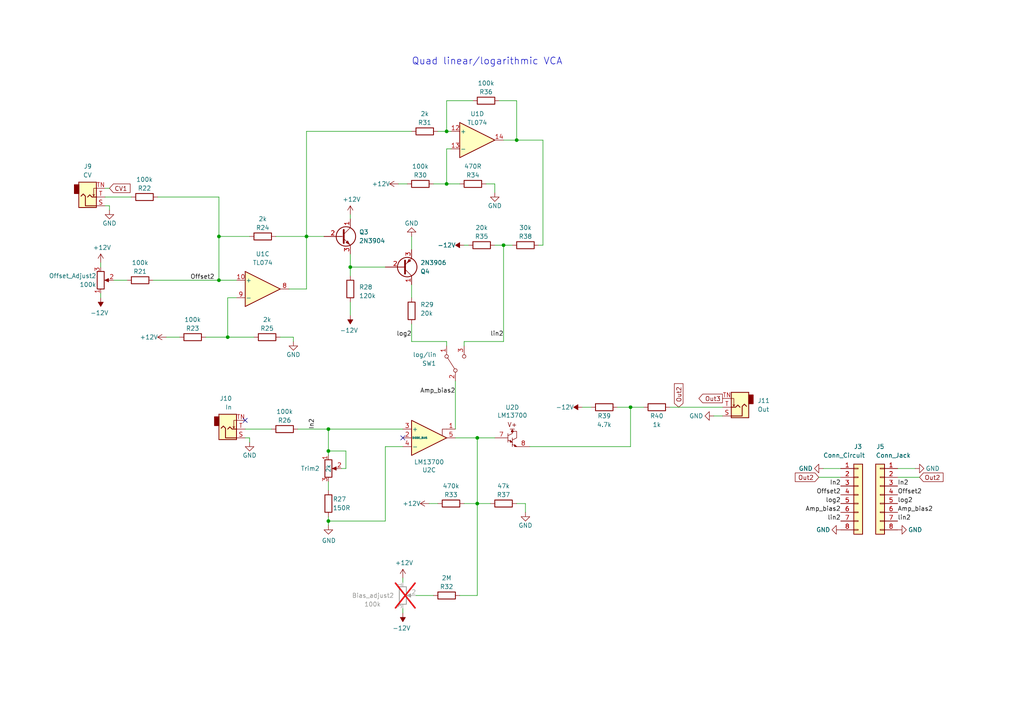
<source format=kicad_sch>
(kicad_sch (version 20231120) (generator "eeschema") (generator_version "8.0")
  (paper "A4")
  (title_block (title "Quad VCA") (date "2025-01-13") (rev "1.0") (company "Bleep Sound"))
  (lib_symbols
    (symbol "Amplifier_Operational:LM13700" (pin_names (offset 0.127))
      (property "Reference" "U" (at 3.81 5.08 0))
      (property "Value" "LM13700" (at 5.08 -5.08 0))
      (symbol "LM13700_1_1"
        (polyline (pts (xy 3.81 -0.635) (xy 3.81 -2.54) (xy 5.08 -2.54)))
        (polyline (pts (xy 5.08 0) (xy -5.08 -5.08) (xy -5.08 5.08) (xy 5.08 0)) (stroke (width 0.254)) (fill (type background)))
        (pin output line (at 7.62 0 180) (length 2.54) (name "~") (number "12"))
        (pin input line (at -7.62 2.54 0) (length 2.54) (name "-") (number "13"))
        (pin input line (at -7.62 -2.54 0) (length 2.54) (name "+") (number "14"))
        (pin input line (at -7.62 0 0) (length 2.54) (name "DIODE_BIAS") (number "15"))
        (pin input line (at 7.62 -2.54 180) (length 2.54) (name "~") (number "16"))
      )
      (symbol "LM13700_2_0"
        (polyline (pts (xy -1.905 2.54) (xy -3.175 2.54)))
      )
      (symbol "LM13700_2_1"
        (circle (center -2.54 1.905) (radius 0.254) (stroke (width 0.254)) (fill (type outline)))
        (polyline (pts (xy -3.81 -0.635) (xy -2.54 -1.27)))
        (polyline (pts (xy -3.81 1.27) (xy -3.81 -1.27)))
        (polyline (pts (xy -2.54 -1.905) (xy -1.27 -2.54)))
        (polyline (pts (xy -2.54 0) (xy -2.54 -2.54)))
        (polyline (pts (xy -3.81 0.635) (xy -2.54 1.27) (xy -2.54 1.905) (xy -2.54 2.54)))
        (polyline (pts (xy -2.54 -1.27) (xy -3.175 -0.635) (xy -3.175 -1.27) (xy -2.54 -1.27)) (fill (type outline)))
        (polyline (pts (xy -2.54 -0.635) (xy -1.27 0) (xy -1.27 1.905) (xy -2.54 1.905)))
        (polyline (pts (xy -1.27 -2.54) (xy -1.905 -1.905) (xy -1.905 -2.54) (xy -1.27 -2.54)) (fill (type outline)))
        (text "V+" (at -2.54 3.81 0) (effects (font (size 1.27 1.27))))
        (pin input line (at -7.62 0 0) (length 3.81) (name "~") (number "10"))
        (pin output line (at 2.54 -2.54 180) (length 3.81) (name "~") (number "9"))
      )
      (symbol "LM13700_3_1"
        (polyline (pts (xy 3.81 -0.635) (xy 3.81 -2.54) (xy 5.08 -2.54)))
        (polyline (pts (xy 5.08 0) (xy -5.08 -5.08) (xy -5.08 5.08) (xy 5.08 0)) (stroke (width 0.254)) (fill (type background)))
        (pin input line (at 7.62 -2.54 180) (length 2.54) (name "~") (number "1"))
        (pin input line (at -7.62 0 0) (length 2.54) (name "DIODE_BIAS") (number "2"))
        (pin input line (at -7.62 -2.54 0) (length 2.54) (name "+") (number "3"))
        (pin input line (at -7.62 2.54 0) (length 2.54) (name "-") (number "4"))
        (pin output line (at 7.62 0 180) (length 2.54) (name "~") (number "5"))
      )
      (symbol "LM13700_4_0"
        (polyline (pts (xy -3.175 2.54) (xy -1.905 2.54)))
        (text "V+" (at -2.54 3.81 0) (effects (font (size 1.27 1.27))))
      )
      (symbol "LM13700_4_1"
        (circle (center -2.54 1.905) (radius 0.254) (stroke (width 0.254)) (fill (type outline)))
        (polyline (pts (xy -3.81 -0.635) (xy -2.54 -1.27)))
        (polyline (pts (xy -3.81 1.27) (xy -3.81 -1.27)))
        (polyline (pts (xy -2.54 -1.905) (xy -1.27 -2.54)))
        (polyline (pts (xy -2.54 0) (xy -2.54 -2.54)))
        (polyline (pts (xy -3.81 0.635) (xy -2.54 1.27) (xy -2.54 2.54)))
        (polyline (pts (xy -2.54 -1.27) (xy -3.175 -0.635) (xy -3.175 -1.27) (xy -2.54 -1.27)) (fill (type outline)))
        (polyline (pts (xy -2.54 -0.635) (xy -1.27 0) (xy -1.27 1.905) (xy -2.54 1.905)))
        (polyline (pts (xy -1.27 -2.54) (xy -1.905 -1.905) (xy -1.905 -2.54) (xy -1.27 -2.54)) (fill (type outline)))
        (pin input line (at -7.62 0 0) (length 3.81) (name "~") (number "7"))
        (pin output line (at 2.54 -2.54 180) (length 3.81) (name "~") (number "8"))
      )
      (symbol "LM13700_5_1"
        (pin power_in line (at -2.54 7.62 270) (length 3.81) (name "V+") (number "11"))
        (pin power_in line (at -2.54 -7.62 90) (length 3.81) (name "V-") (number "6"))
      )
    )
    (symbol "Amplifier_Operational:TL074" (pin_names (offset 0.127))
      (property "Reference" "U" (at 0 5.08 0))
      (property "Value" "TL074" (at 0 -5.08 0))
      (symbol "TL074_1_1"
        (polyline (pts (xy -5.08 5.08) (xy 5.08 0) (xy -5.08 -5.08) (xy -5.08 5.08)) (stroke (width 0.254)) (fill (type background)))
        (pin output line (at 7.62 0 180) (length 2.54) (name "~") (number "1"))
        (pin input line (at -7.62 -2.54 0) (length 2.54) (name "-") (number "2"))
        (pin input line (at -7.62 2.54 0) (length 2.54) (name "+") (number "3"))
      )
      (symbol "TL074_2_1"
        (polyline (pts (xy -5.08 5.08) (xy 5.08 0) (xy -5.08 -5.08) (xy -5.08 5.08)) (stroke (width 0.254)) (fill (type background)))
        (pin input line (at -7.62 2.54 0) (length 2.54) (name "+") (number "5"))
        (pin input line (at -7.62 -2.54 0) (length 2.54) (name "-") (number "6"))
        (pin output line (at 7.62 0 180) (length 2.54) (name "~") (number "7"))
      )
      (symbol "TL074_3_1"
        (polyline (pts (xy -5.08 5.08) (xy 5.08 0) (xy -5.08 -5.08) (xy -5.08 5.08)) (stroke (width 0.254)) (fill (type background)))
        (pin input line (at -7.62 2.54 0) (length 2.54) (name "+") (number "10"))
        (pin output line (at 7.62 0 180) (length 2.54) (name "~") (number "8"))
        (pin input line (at -7.62 -2.54 0) (length 2.54) (name "-") (number "9"))
      )
      (symbol "TL074_4_1"
        (polyline (pts (xy -5.08 5.08) (xy 5.08 0) (xy -5.08 -5.08) (xy -5.08 5.08)) (stroke (width 0.254)) (fill (type background)))
        (pin input line (at -7.62 2.54 0) (length 2.54) (name "+") (number "12"))
        (pin input line (at -7.62 -2.54 0) (length 2.54) (name "-") (number "13"))
        (pin output line (at 7.62 0 180) (length 2.54) (name "~") (number "14"))
      )
      (symbol "TL074_5_1"
        (pin power_in line (at -2.54 -7.62 90) (length 3.81) (name "V-") (number "11"))
        (pin power_in line (at -2.54 7.62 270) (length 3.81) (name "V+") (number "4"))
      )
    )
    (symbol "Connector_Generic:Conn_01x08" (pin_names (offset 1.016) hide)
      (property "Reference" "J" (at 0 10.16 0))
      (property "Value" "Conn_01x08" (at 0 -12.7 0))
      (symbol "Conn_01x08_1_1"
        (rectangle (start -1.27 -10.033) (end 0 -10.287) (stroke (width 0.1524)))
        (rectangle (start -1.27 -7.493) (end 0 -7.747) (stroke (width 0.1524)))
        (rectangle (start -1.27 -4.953) (end 0 -5.207) (stroke (width 0.1524)))
        (rectangle (start -1.27 -2.413) (end 0 -2.667) (stroke (width 0.1524)))
        (rectangle (start -1.27 0.127) (end 0 -0.127) (stroke (width 0.1524)))
        (rectangle (start -1.27 2.667) (end 0 2.413) (stroke (width 0.1524)))
        (rectangle (start -1.27 5.207) (end 0 4.953) (stroke (width 0.1524)))
        (rectangle (start -1.27 7.747) (end 0 7.493) (stroke (width 0.1524)))
        (rectangle (start -1.27 8.89) (end 1.27 -11.43) (stroke (width 0.254)) (fill (type background)))
        (pin passive line (at -5.08 7.62 0) (length 3.81) (name "Pin_1") (number "1"))
        (pin passive line (at -5.08 5.08 0) (length 3.81) (name "Pin_2") (number "2"))
        (pin passive line (at -5.08 2.54 0) (length 3.81) (name "Pin_3") (number "3"))
        (pin passive line (at -5.08 0 0) (length 3.81) (name "Pin_4") (number "4"))
        (pin passive line (at -5.08 -2.54 0) (length 3.81) (name "Pin_5") (number "5"))
        (pin passive line (at -5.08 -5.08 0) (length 3.81) (name "Pin_6") (number "6"))
        (pin passive line (at -5.08 -7.62 0) (length 3.81) (name "Pin_7") (number "7"))
        (pin passive line (at -5.08 -10.16 0) (length 3.81) (name "Pin_8") (number "8"))
      )
    )
    (symbol "Device:R" (pin_numbers hide) (pin_names (offset 0))
      (property "Reference" "R" (at 2.032 0 90))
      (property "Value" "R" (at 0 0 90))
      (symbol "R_0_1"
        (rectangle (start -1.016 -2.54) (end 1.016 2.54) (stroke (width 0.254)))
      )
      (symbol "R_1_1"
        (pin passive line (at 0 3.81 270) (length 1.27) (name "~") (number "1"))
        (pin passive line (at 0 -3.81 90) (length 1.27) (name "~") (number "2"))
      )
    )
    (symbol "Device:R_POT" (pin_names (offset 1.016) hide)
      (property "Reference" "RV" (at -4.445 0 90))
      (property "Value" "Device_R_POT" (at -2.54 0 90))
      (symbol "R_POT_0_1"
        (polyline (pts (xy 2.54 0) (xy 1.524 0)))
        (polyline (pts (xy 1.143 0) (xy 2.286 0.508) (xy 2.286 -0.508) (xy 1.143 0)) (fill (type outline)))
        (rectangle (start 1.016 2.54) (end -1.016 -2.54) (stroke (width 0.254)))
      )
      (symbol "R_POT_1_1"
        (pin passive line (at 0 3.81 270) (length 1.27) (name "1") (number "1"))
        (pin passive line (at 3.81 0 180) (length 1.27) (name "2") (number "2"))
        (pin passive line (at 0 -3.81 90) (length 1.27) (name "3") (number "3"))
      )
    )
    (symbol "Kicad-perso:AudioJack_Switch"
      (property "Reference" "J2" (at 0.508 8.636 0))
      (property "Value" "Out1" (at 0.508 6.35 0))
      (symbol "AudioJack_Switch_0_1"
        (rectangle (start -3.81 2.286) (end -2.54 -0.254) (stroke (width 0.254)) (fill (type outline)))
        (rectangle (start -2.54 3.048) (end 2.54 -4.318) (stroke (width 0.254)) (fill (type background)))
      )
      (symbol "AudioJack_Switch_1_1"
        (polyline (pts (xy 1.778 -1.016) (xy 2.032 -0.508)))
        (polyline (pts (xy 0 -1.27) (xy 0.635 -0.635) (xy 1.27 -1.27) (xy 2.54 -1.27)) (stroke (width 0.254)))
        (polyline (pts (xy 2.54 1.27) (xy 1.778 1.27) (xy 1.778 -1.016) (xy 1.524 -0.508)))
        (polyline (pts (xy 2.54 -3.81) (xy -0.635 -3.81) (xy -0.635 -1.016) (xy -1.27 -0.381) (xy -1.905 -1.016)) (stroke (width 0.254)))
        (pin passive line (at 5.08 -3.81 180) (length 2.54) (name "~") (number "S"))
        (pin passive line (at 5.08 -1.27 180) (length 2.54) (name "~") (number "T"))
        (pin passive line (at 5.08 1.27 180) (length 2.54) (name "~") (number "TN"))
      )
    )
    (symbol "Switch:SW_SPDT" (pin_names (offset 0) hide)
      (property "Reference" "SW" (at 0 4.318 0))
      (property "Value" "SW_SPDT" (at 0 -5.08 0))
      (symbol "SW_SPDT_0_0"
        (circle (center -2.032 0) (radius 0.508))
        (circle (center 2.032 -2.54) (radius 0.508))
      )
      (symbol "SW_SPDT_0_1"
        (polyline (pts (xy -1.524 0.254) (xy 1.651 2.286)))
        (circle (center 2.032 2.54) (radius 0.508))
      )
      (symbol "SW_SPDT_1_1"
        (pin passive line (at 5.08 2.54 180) (length 2.54) (name "A") (number "1"))
        (pin passive line (at -5.08 0 0) (length 2.54) (name "B") (number "2"))
        (pin passive line (at 5.08 -2.54 180) (length 2.54) (name "C") (number "3"))
      )
    )
    (symbol "Transistor_BJT:BC548" (pin_names (offset 0) hide)
      (property "Reference" "Q" (at 5.08 1.905 0))
      (property "Value" "BC548" (at 5.08 0 0))
      (symbol "BC548_0_1"
        (polyline (pts (xy 0 0) (xy 0.635 0)))
        (polyline (pts (xy 0.635 0.635) (xy 2.54 2.54)))
        (polyline (pts (xy 0.635 -0.635) (xy 2.54 -2.54) (xy 2.54 -2.54)))
        (polyline (pts (xy 0.635 1.905) (xy 0.635 -1.905) (xy 0.635 -1.905)) (stroke (width 0.508)))
        (polyline (pts (xy 1.27 -1.778) (xy 1.778 -1.27) (xy 2.286 -2.286) (xy 1.27 -1.778) (xy 1.27 -1.778)) (fill (type outline)))
        (circle (center 1.27 0) (radius 2.8194) (stroke (width 0.254)))
      )
      (symbol "BC548_1_1"
        (pin passive line (at 2.54 5.08 270) (length 2.54) (name "C") (number "1"))
        (pin input line (at -5.08 0 0) (length 5.08) (name "B") (number "2"))
        (pin passive line (at 2.54 -5.08 90) (length 2.54) (name "E") (number "3"))
      )
    )
    (symbol "Transistor_BJT:BC558" (pin_names (offset 0) hide)
      (property "Reference" "Q" (at 5.08 1.905 0))
      (property "Value" "BC558" (at 5.08 0 0))
      (symbol "BC558_0_1"
        (polyline (pts (xy 0.635 0.635) (xy 2.54 2.54)))
        (polyline (pts (xy 0.635 -0.635) (xy 2.54 -2.54) (xy 2.54 -2.54)))
        (polyline (pts (xy 0.635 1.905) (xy 0.635 -1.905) (xy 0.635 -1.905)) (stroke (width 0.508)))
        (polyline (pts (xy 2.286 -1.778) (xy 1.778 -2.286) (xy 1.27 -1.27) (xy 2.286 -1.778) (xy 2.286 -1.778)) (fill (type outline)))
        (circle (center 1.27 0) (radius 2.8194) (stroke (width 0.254)))
      )
      (symbol "BC558_1_1"
        (pin passive line (at 2.54 5.08 270) (length 2.54) (name "C") (number "1"))
        (pin input line (at -5.08 0 0) (length 5.715) (name "B") (number "2"))
        (pin passive line (at 2.54 -5.08 90) (length 2.54) (name "E") (number "3"))
      )
    )
    (symbol "power:+12V" (power) (pin_names (offset 0))
      (property "Value" "+12V" (at 0 3.556 0))
      (symbol "+12V_0_1"
        (polyline (pts (xy -0.762 1.27) (xy 0 2.54)))
        (polyline (pts (xy 0 0) (xy 0 2.54)))
        (polyline (pts (xy 0 2.54) (xy 0.762 1.27)))
      )
      (symbol "+12V_1_1"
        (pin power_in line (at 0 0 90) (length 0) hide (name "+12V") (number "1"))
      )
    )
    (symbol "power:-12V" (power) (pin_names (offset 0))
      (property "Value" "-12V" (at 0 3.81 0))
      (symbol "-12V_0_0"
        (pin power_in line (at 0 0 90) (length 0) hide (name "-12V") (number "1"))
      )
      (symbol "-12V_0_1"
        (polyline (pts (xy 0 0) (xy 0 1.27) (xy 0.762 1.27) (xy 0 2.54) (xy -0.762 1.27) (xy 0 1.27)) (fill (type outline)))
      )
    )
    (symbol "power:GND" (power) (pin_names (offset 0))
      (property "Value" "GND" (at 0 -3.81 0))
      (symbol "GND_0_1"
        (polyline (pts (xy 0 0) (xy 0 -1.27) (xy 1.27 -1.27) (xy 0 -2.54) (xy -1.27 -1.27) (xy 0 -1.27)))
      )
      (symbol "GND_1_1"
        (pin power_in line (at 0 0 270) (length 0) hide (name "GND") (number "1"))
      )
    )
  )
  (junction (at 182.88 118.11))
  (junction (at 138.43 146.05))
  (junction (at 95.25 151.13))
  (junction (at 63.5 68.58))
  (junction (at 95.25 130.81))
  (junction (at 63.5 81.28))
  (junction (at 138.43 127))
  (junction (at 149.86 40.64))
  (junction (at 101.6 77.47))
  (junction (at 66.04 97.79))
  (junction (at 146.05 71.12))
  (junction (at 88.9 68.58))
  (junction (at 95.25 124.46))
  (junction (at 129.54 38.1))
  (junction (at 129.54 53.34))
  (no_connect (at 116.84 127))
  (no_connect (at 71.12 121.92))
  (wire (pts (xy 68.58 86.36) (xy 66.04 86.36)))
  (wire (pts (xy 266.7 138.43) (xy 260.35 138.43)))
  (wire (pts (xy 157.48 40.64) (xy 157.48 71.12)))
  (wire (pts (xy 72.39 127) (xy 72.39 128.27)))
  (wire (pts (xy 129.54 53.34) (xy 133.35 53.34)))
  (wire (pts (xy 30.48 54.61) (xy 31.75 54.61)))
  (wire (pts (xy 100.33 135.89) (xy 99.06 135.89)))
  (wire (pts (xy 85.09 97.79) (xy 81.28 97.79)))
  (wire (pts (xy 119.38 93.98) (xy 119.38 99.06)))
  (wire (pts (xy 157.48 71.12) (xy 156.21 71.12)))
  (wire (pts (xy 93.98 68.58) (xy 88.9 68.58)))
  (wire (pts (xy 168.91 118.11) (xy 171.45 118.11)))
  (wire (pts (xy 134.62 71.12) (xy 135.89 71.12)))
  (wire (pts (xy 129.54 38.1) (xy 130.81 38.1)))
  (wire (pts (xy 138.43 127) (xy 138.43 146.05)))
  (wire (pts (xy 143.51 53.34) (xy 143.51 55.88)))
  (wire (pts (xy 132.08 124.46) (xy 132.08 110.49)))
  (wire (pts (xy 66.04 97.79) (xy 73.66 97.79)))
  (wire (pts (xy 119.38 82.55) (xy 119.38 86.36)))
  (wire (pts (xy 182.88 129.54) (xy 153.67 129.54)))
  (wire (pts (xy 130.81 43.18) (xy 129.54 43.18)))
  (wire (pts (xy 116.84 167.64) (xy 116.84 168.91)))
  (wire (pts (xy 129.54 43.18) (xy 129.54 53.34)))
  (wire (pts (xy 48.26 97.79) (xy 52.07 97.79)))
  (wire (pts (xy 157.48 40.64) (xy 149.86 40.64)))
  (wire (pts (xy 63.5 68.58) (xy 63.5 57.15)))
  (wire (pts (xy 101.6 87.63) (xy 101.6 91.44)))
  (wire (pts (xy 31.75 59.69) (xy 31.75 60.96)))
  (wire (pts (xy 138.43 172.72) (xy 138.43 146.05)))
  (wire (pts (xy 71.12 124.46) (xy 78.74 124.46)))
  (wire (pts (xy 116.84 129.54) (xy 111.76 129.54)))
  (wire (pts (xy 149.86 146.05) (xy 152.4 146.05)))
  (wire (pts (xy 237.49 138.43) (xy 243.84 138.43)))
  (wire (pts (xy 88.9 38.1) (xy 119.38 38.1)))
  (wire (pts (xy 85.09 99.06) (xy 85.09 97.79)))
  (wire (pts (xy 95.25 152.4) (xy 95.25 151.13)))
  (wire (pts (xy 86.36 124.46) (xy 95.25 124.46)))
  (wire (pts (xy 30.48 57.15) (xy 38.1 57.15)))
  (wire (pts (xy 63.5 68.58) (xy 72.39 68.58)))
  (wire (pts (xy 111.76 129.54) (xy 111.76 151.13)))
  (wire (pts (xy 129.54 29.21) (xy 137.16 29.21)))
  (wire (pts (xy 129.54 99.06) (xy 129.54 100.33)))
  (wire (pts (xy 209.55 120.65) (xy 207.01 120.65)))
  (wire (pts (xy 66.04 86.36) (xy 66.04 97.79)))
  (wire (pts (xy 182.88 118.11) (xy 186.69 118.11)))
  (wire (pts (xy 133.35 172.72) (xy 138.43 172.72)))
  (wire (pts (xy 134.62 99.06) (xy 134.62 100.33)))
  (wire (pts (xy 101.6 77.47) (xy 101.6 80.01)))
  (wire (pts (xy 146.05 71.12) (xy 143.51 71.12)))
  (wire (pts (xy 29.21 76.2) (xy 29.21 77.47)))
  (wire (pts (xy 101.6 77.47) (xy 111.76 77.47)))
  (wire (pts (xy 194.31 118.11) (xy 209.55 118.11)))
  (wire (pts (xy 63.5 81.28) (xy 63.5 68.58)))
  (wire (pts (xy 119.38 68.58) (xy 119.38 72.39)))
  (wire (pts (xy 146.05 40.64) (xy 149.86 40.64)))
  (wire (pts (xy 115.57 53.34) (xy 118.11 53.34)))
  (wire (pts (xy 125.73 53.34) (xy 129.54 53.34)))
  (wire (pts (xy 138.43 127) (xy 143.51 127)))
  (wire (pts (xy 31.75 59.69) (xy 30.48 59.69)))
  (wire (pts (xy 146.05 99.06) (xy 146.05 71.12)))
  (wire (pts (xy 182.88 118.11) (xy 182.88 129.54)))
  (wire (pts (xy 101.6 62.23) (xy 101.6 63.5)))
  (wire (pts (xy 95.25 151.13) (xy 95.25 149.86)))
  (wire (pts (xy 129.54 99.06) (xy 119.38 99.06)))
  (wire (pts (xy 138.43 146.05) (xy 142.24 146.05)))
  (wire (pts (xy 238.76 135.89) (xy 243.84 135.89)))
  (wire (pts (xy 265.43 135.89) (xy 260.35 135.89)))
  (wire (pts (xy 101.6 73.66) (xy 101.6 77.47)))
  (wire (pts (xy 116.84 177.8) (xy 116.84 176.53)))
  (wire (pts (xy 33.02 81.28) (xy 36.83 81.28)))
  (wire (pts (xy 146.05 71.12) (xy 148.59 71.12)))
  (wire (pts (xy 66.04 97.79) (xy 59.69 97.79)))
  (wire (pts (xy 179.07 118.11) (xy 182.88 118.11)))
  (wire (pts (xy 44.45 81.28) (xy 63.5 81.28)))
  (wire (pts (xy 132.08 127) (xy 138.43 127)))
  (wire (pts (xy 95.25 124.46) (xy 95.25 130.81)))
  (wire (pts (xy 152.4 146.05) (xy 152.4 148.59)))
  (wire (pts (xy 124.46 146.05) (xy 127 146.05)))
  (wire (pts (xy 116.84 124.46) (xy 95.25 124.46)))
  (wire (pts (xy 149.86 29.21) (xy 144.78 29.21)))
  (wire (pts (xy 80.01 68.58) (xy 88.9 68.58)))
  (wire (pts (xy 140.97 53.34) (xy 143.51 53.34)))
  (wire (pts (xy 134.62 146.05) (xy 138.43 146.05)))
  (wire (pts (xy 100.33 130.81) (xy 100.33 135.89)))
  (wire (pts (xy 88.9 83.82) (xy 83.82 83.82)))
  (wire (pts (xy 88.9 68.58) (xy 88.9 83.82)))
  (wire (pts (xy 134.62 99.06) (xy 146.05 99.06)))
  (wire (pts (xy 45.72 57.15) (xy 63.5 57.15)))
  (wire (pts (xy 88.9 68.58) (xy 88.9 38.1)))
  (wire (pts (xy 72.39 127) (xy 71.12 127)))
  (wire (pts (xy 129.54 38.1) (xy 129.54 29.21)))
  (wire (pts (xy 95.25 139.7) (xy 95.25 142.24)))
  (wire (pts (xy 29.21 86.36) (xy 29.21 85.09)))
  (wire (pts (xy 63.5 81.28) (xy 68.58 81.28)))
  (wire (pts (xy 111.76 151.13) (xy 95.25 151.13)))
  (wire (pts (xy 127 38.1) (xy 129.54 38.1)))
  (wire (pts (xy 149.86 40.64) (xy 149.86 29.21)))
  (wire (pts (xy 120.65 172.72) (xy 125.73 172.72)))
  (wire (pts (xy 95.25 130.81) (xy 95.25 132.08)))
  (wire (pts (xy 95.25 130.81) (xy 100.33 130.81)))
  (text "Quad linear/logarithmic VCA" (at 119.38 19.05 0) (effects (font (size 2 2)) (justify left bottom)))
  (label "log2" (at 260.35 146.05 0))
  (label "Amp_bias2" (at 132.08 114.3 180))
  (label "lin2" (at 243.84 151.13 180))
  (label "Offset2" (at 260.35 143.51 0))
  (label "log2" (at 119.38 97.79 180))
  (label "In2" (at 243.84 140.97 180))
  (label "In2" (at 91.44 124.46 90))
  (label "log2" (at 243.84 146.05 180))
  (label "lin2" (at 260.35 151.13 0))
  (label "lin2" (at 146.05 97.79 180))
  (label "Offset2" (at 243.84 143.51 180))
  (label "In2" (at 260.35 140.97 0))
  (label "Offset2" (at 62.23 81.28 180))
  (label "Amp_bias2" (at 243.84 148.59 180))
  (label "Amp_bias2" (at 260.35 148.59 0))
  (global_label "Out2" (shape input) (at 237.49 138.43 180) (property "Intersheetrefs" "${INTERSHEET_REFS}" (effects (hide yes))))
  (global_label "CV1" (shape input) (at 31.75 54.61 0) (property "Intersheetrefs" "${INTERSHEET_REFS}" (effects (hide yes))))
  (global_label "Out2" (shape input) (at 266.7 138.43 0) (property "Intersheetrefs" "${INTERSHEET_REFS}" (effects (hide yes))))
  (global_label "Out3" (shape output) (at 209.55 115.57 180) (property "Intersheetrefs" "${INTERSHEET_REFS}" (effects (hide yes))))
  (global_label "Out2" (shape input) (at 196.85 118.11 90) (property "Intersheetrefs" "${INTERSHEET_REFS}" (effects (hide yes))))
  (symbol (lib_id "power:-12V") (at 29.21 86.36 180) (unit 1)
    (property "Reference" "#PWR039" (effects (hide yes)))
    (property "Value" "-12V" (at 28.829 90.7542 0))
  )
  (symbol (lib_id "Kicad-perso:AudioJack_Switch") (at 25.4 55.88 0) (unit 1)
    (property "Reference" "J9" (at 26.67 48.26 0) (effects (justify right)))
    (property "Value" "CV" (at 26.67 50.8 0) (effects (justify right)))
    (property "Footprint" "Kicad-perso:Thonkiconn" (effects (hide yes)))
    (property "Description" "Thonkiconn jack" (effects (hide yes)))
    (property "Links" "https://www.thonk.co.uk/shop/thonkiconn/" (effects (hide yes)))
  )
  (symbol (lib_id "power:+12V") (at 48.26 97.79 90) (unit 1)
    (property "Reference" "#PWR041" (effects (hide yes)))
    (property "Value" "+12V" (at 43.18 97.79 90))
  )
  (symbol (lib_id "Device:R") (at 40.64 81.28 270) (unit 1)
    (property "Reference" "R21" (at 40.64 78.74 90))
    (property "Value" "100k" (at 40.64 76.2 90))
    (property "Footprint" "Resistor_THT:R_Axial_DIN0207_L6.3mm_D2.5mm_P7.62mm_Horizontal" (effects (hide yes)))
    (property "Description" "2.5mm*6.8mm 1/4W 1% Metal film resistor" (effects (hide yes)))
    (property "Links" "https://www.taydaelectronics.com/resistors/1-4w-metal-film-resistors/test-group-2.html" (effects (hide yes)))
  )
  (symbol (lib_id "Connector_Generic:Conn_01x08") (at 248.92 143.51 0) (unit 1)
    (property "Reference" "J3" (at 247.65 129.54 0) (effects (justify left)))
    (property "Value" "Conn_Circuit" (at 238.76 132.08 0) (effects (justify left)))
    (property "Footprint" "Connector_PinSocket_2.54mm:PinSocket_1x08_P2.54mm_Vertical" (effects (hide yes)))
    (property "Description" "2.54mm pitch pin socket vertical 1x8pos" (effects (hide yes)))
    (instances (project "Basic-ADSR" (path "" (reference "J3") (unit 1))) (project "Basic_VCA" (path "" (reference "J12") (unit 1))))
  )
  (symbol (lib_id "Device:R") (at 121.92 53.34 270) (unit 1)
    (property "Reference" "R30" (at 121.92 50.8 90))
    (property "Value" "100k" (at 121.92 48.26 90))
    (property "Footprint" "Resistor_THT:R_Axial_DIN0207_L6.3mm_D2.5mm_P7.62mm_Horizontal" (effects (hide yes)))
    (property "Description" "2.5mm*6.8mm 1/4W 1% Metal film resistor" (effects (hide yes)))
    (property "Links" "https://www.taydaelectronics.com/resistors/1-4w-metal-film-resistors/test-group-2.html" (effects (hide yes)))
  )
  (symbol (lib_id "Transistor_BJT:BC558") (at 116.84 77.47 0) (mirror x) (unit 1)
    (property "Reference" "Q4" (at 121.92 78.7401 0) (effects (justify left)))
    (property "Value" "2N3906" (at 121.92 76.2001 0) (effects (justify left)))
    (property "Footprint" "Package_TO_SOT_THT:TO-92_Inline" (effects (hide yes)))
    (property "Datasheet" "https://www.onsemi.com/pub/Collateral/BC556BTA-D.pdf" (effects (hide yes)))
    (property "Description" "2N3906 PNP General Purpose Transistor" (effects (hide yes)))
    (property "Links" "https://www.taydaelectronics.com/2n3906-general-propose-pnp-transistor.html" (effects (hide yes)))
  )
  (symbol (lib_id "power:+12V") (at 29.21 76.2 0) (unit 1)
    (property "Reference" "#PWR038" (effects (hide yes)))
    (property "Value" "+12V" (at 29.591 71.8058 0))
  )
  (symbol (lib_id "Device:R") (at 140.97 29.21 270) (unit 1)
    (property "Reference" "R36" (at 140.97 26.67 90))
    (property "Value" "100k" (at 140.97 24.13 90))
    (property "Footprint" "Resistor_THT:R_Axial_DIN0207_L6.3mm_D2.5mm_P7.62mm_Horizontal" (effects (hide yes)))
    (property "Description" "2.5mm*6.8mm 1/4W 1% Metal film resistor" (effects (hide yes)))
    (property "Links" "https://www.taydaelectronics.com/resistors/1-4w-metal-film-resistors/test-group-2.html" (effects (hide yes)))
  )
  (symbol (lib_id "power:-12V") (at 134.62 71.12 90) (unit 1)
    (property "Reference" "#PWR052" (effects (hide yes)))
    (property "Value" "-12V" (at 129.54 71.12 90))
  )
  (symbol (lib_id "Device:R") (at 129.54 172.72 270) (unit 1)
    (property "Reference" "R32" (at 129.54 170.18 90))
    (property "Value" "2M" (at 129.54 167.64 90))
    (property "Footprint" "Resistor_THT:R_Axial_DIN0207_L6.3mm_D2.5mm_P7.62mm_Horizontal" (effects (hide yes)))
    (property "Description" "2.5mm*6.8mm 1/4W 1% Metal film resistor" (effects (hide yes)))
    (property "Links" "https://www.taydaelectronics.com/resistors/1-4w-metal-film-resistors/test-group-2.html" (effects (hide yes)))
  )
  (symbol (lib_id "Amplifier_Operational:TL074") (at 138.43 40.64 0) (unit 4)
    (property "Reference" "U1" (at 138.43 33.02 0))
    (property "Value" "TL074" (at 138.43 35.56 0))
    (property "Footprint" "Package_DIP:DIP-14_W7.62mm_Socket" (effects (hide yes)))
    (property "Datasheet" "http://www.ti.com/lit/ds/symlink/tl071.pdf" (effects (hide yes)))
    (property "Description" "Quad Op-Amp" (effects (hide yes)))
    (property "manf" "Texas Instrument" (effects (hide yes)))
    (property "manf#" "TL074CN" (effects (hide yes)))
    (property "Links" "https://www.thonk.co.uk/shop/eurorack-diy-essentials/" (effects (hide yes)))
  )
  (symbol (lib_id "Device:R") (at 152.4 71.12 270) (unit 1)
    (property "Reference" "R38" (at 152.4 68.58 90))
    (property "Value" "30k" (at 152.4 66.04 90))
    (property "Footprint" "Resistor_THT:R_Axial_DIN0207_L6.3mm_D2.5mm_P7.62mm_Horizontal" (effects (hide yes)))
    (property "Description" "2.5mm*6.8mm 1/4W 1% Metal film resistor" (effects (hide yes)))
    (property "Links" "https://www.taydaelectronics.com/resistors/1-4w-metal-film-resistors/test-group-2.html" (effects (hide yes)))
  )
  (symbol (lib_id "power:GND") (at 31.75 60.96 0) (unit 1)
    (property "Reference" "#PWR040" (effects (hide yes)))
    (property "Value" "GND" (at 31.75 64.77 0))
  )
  (symbol (lib_id "Device:R") (at 175.26 118.11 270) (mirror x) (unit 1)
    (property "Reference" "R39" (at 175.26 120.65 90))
    (property "Value" "4.7k" (at 175.26 123.19 90))
    (property "Footprint" "Resistor_THT:R_Axial_DIN0207_L6.3mm_D2.5mm_P7.62mm_Horizontal" (effects (hide yes)))
    (property "Description" "2.5mm*6.8mm 1/4W 1% Metal film resistor" (effects (hide yes)))
    (property "Links" "https://www.taydaelectronics.com/resistors/1-4w-metal-film-resistors/test-group-2.html" (effects (hide yes)))
  )
  (symbol (lib_id "power:-12V") (at 101.6 91.44 180) (unit 1)
    (property "Reference" "#PWR046" (effects (hide yes)))
    (property "Value" "-12V" (at 101.219 95.8342 0))
  )
  (symbol (lib_id "power:+12V") (at 101.6 62.23 0) (unit 1)
    (property "Reference" "#PWR045" (effects (hide yes)))
    (property "Value" "+12V" (at 101.981 57.8358 0))
  )
  (symbol (lib_id "Switch:SW_SPDT") (at 132.08 105.41 90) (unit 1)
    (property "Reference" "SW1" (at 124.46 105.41 90))
    (property "Value" "log/lin" (at 123.19 102.87 90))
    (property "Footprint" "Kicad-perso:SW_Toggle_Blue_wSlots" (effects (hide yes)))
    (property "Datasheet" "https://www.taydaelectronics.com/mini-toggle-switch-spdt-on-on.html" (effects (hide yes)))
    (property "Description" "SPDT ON-ON toggle switch" (effects (hide yes)))
    (property "Links" "https://www.thonk.co.uk/shop/mini-toggle-switches/" (effects (hide yes)))
    (instances (project "Basic-ADSR" (path "" (reference "SW1") (unit 1))) (project "Basic_VCA" (path "" (reference "SW2") (unit 1))))
  )
  (symbol (lib_id "Transistor_BJT:BC548") (at 99.06 68.58 0) (unit 1)
    (property "Reference" "Q3" (at 104.14 67.31 0) (effects (justify left)))
    (property "Value" "2N3904" (at 104.14 69.85 0) (effects (justify left)))
    (property "Footprint" "Package_TO_SOT_THT:TO-92_Inline" (effects (hide yes)))
    (property "Datasheet" "https://www.onsemi.com/pub/Collateral/BC550-D.pdf" (effects (hide yes)))
    (property "Description" "2N3904 NPN General Purpose Transistor" (effects (hide yes)))
    (property "Links" "https://www.taydaelectronics.com/2n3904-npn-general-propose-transistor.html" (effects (hide yes)))
  )
  (symbol (lib_id "Device:R") (at 130.81 146.05 270) (unit 1)
    (property "Reference" "R33" (at 130.81 143.51 90))
    (property "Value" "470k" (at 130.81 140.97 90))
    (property "Footprint" "Resistor_THT:R_Axial_DIN0207_L6.3mm_D2.5mm_P7.62mm_Horizontal" (effects (hide yes)))
    (property "Description" "2.5mm*6.8mm 1/4W 1% Metal film resistor" (effects (hide yes)))
    (property "Links" "https://www.taydaelectronics.com/resistors/1-4w-metal-film-resistors/test-group-2.html" (effects (hide yes)))
  )
  (symbol (lib_id "Device:R_POT") (at 95.25 135.89 0) (unit 1)
    (property "Reference" "Trim2" (at 92.71 135.89 0) (effects (justify right)))
    (property "Value" "2k" (at 95.25 134.62 90) (effects (justify right)))
    (property "Footprint" "Potentiometer_THT:Potentiometer_Bourns_3386C_Horizontal" (effects (hide yes)))
    (property "Description" "Trimmer potentiometer, 25 turn series 3296W" (effects (hide yes)))
    (property "Links" "https://www.thonk.co.uk/shop/25-turn-trimmer-potentiometer/" (effects (hide yes)))
  )
  (symbol (lib_id "Device:R_POT") (at 29.21 81.28 0) (mirror x) (unit 1)
    (property "Reference" "Offset_Adjust2" (at 27.94 80.01 0) (effects (justify right)))
    (property "Value" "100k" (at 27.94 82.55 0) (effects (justify right)))
    (property "Footprint" "Kicad-perso:Pot-bourns-alpha" (effects (hide yes)))
    (property "Description" "Alpha/bourns vertical potentiometer" (effects (hide yes)))
    (property "Links" "https://www.thonk.co.uk/shop/alpha-9mm-pots/" (effects (hide yes)))
  )
  (symbol (lib_id "power:GND") (at 119.38 68.58 180) (unit 1)
    (property "Reference" "#PWR050" (effects (hide yes)))
    (property "Value" "GND" (at 119.38 64.77 0))
  )
  (symbol (lib_id "power:GND") (at 95.25 152.4 0) (unit 1)
    (property "Reference" "#PWR044" (effects (hide yes)))
    (property "Value" "GND" (at 95.377 156.7942 0))
  )
  (symbol (lib_id "Device:R") (at 82.55 124.46 270) (unit 1)
    (property "Reference" "R26" (at 82.55 121.92 90))
    (property "Value" "100k" (at 82.55 119.38 90))
    (property "Footprint" "Resistor_THT:R_Axial_DIN0207_L6.3mm_D2.5mm_P7.62mm_Horizontal" (effects (hide yes)))
    (property "Description" "2.5mm*6.8mm 1/4W 1% Metal film resistor" (effects (hide yes)))
    (property "Links" "https://www.taydaelectronics.com/resistors/1-4w-metal-film-resistors/test-group-2.html" (effects (hide yes)))
  )
  (symbol (lib_id "Connector_Generic:Conn_01x08") (at 255.27 143.51 0) (mirror y) (unit 1)
    (property "Reference" "J5" (at 256.54 129.54 0) (effects (justify left)))
    (property "Value" "Conn_Jack" (at 264.16 132.08 0) (effects (justify left)))
    (property "Footprint" "Connector_PinHeader_2.54mm:PinHeader_1x08_P2.54mm_Vertical" (effects (hide yes)))
    (property "Description" "2.54mm pitch pin header vertical 1x8pos" (effects (hide yes)))
    (instances (project "Basic-ADSR" (path "" (reference "J5") (unit 1))) (project "Basic_VCA" (path "" (reference "J13") (unit 1))))
  )
  (symbol (lib_id "Device:R") (at 41.91 57.15 270) (unit 1)
    (property "Reference" "R22" (at 41.91 54.61 90))
    (property "Value" "100k" (at 41.91 52.07 90))
    (property "Footprint" "Resistor_THT:R_Axial_DIN0207_L6.3mm_D2.5mm_P7.62mm_Horizontal" (effects (hide yes)))
    (property "Description" "2.5mm*6.8mm 1/4W 1% Metal film resistor" (effects (hide yes)))
    (property "Links" "https://www.taydaelectronics.com/resistors/1-4w-metal-film-resistors/test-group-2.html" (effects (hide yes)))
  )
  (symbol (lib_id "power:+12V") (at 124.46 146.05 90) (unit 1)
    (property "Reference" "#PWR051" (effects (hide yes)))
    (property "Value" "+12V" (at 119.38 146.05 90))
  )
  (symbol (lib_id "Device:R") (at 77.47 97.79 270) (unit 1)
    (property "Reference" "R25" (at 77.47 95.25 90))
    (property "Value" "2k" (at 77.47 92.71 90))
    (property "Footprint" "Resistor_THT:R_Axial_DIN0207_L6.3mm_D2.5mm_P7.62mm_Horizontal" (effects (hide yes)))
    (property "Description" "2.5mm*6.8mm 1/4W 1% Metal film resistor" (effects (hide yes)))
    (property "Links" "https://www.taydaelectronics.com/resistors/1-4w-metal-film-resistors/test-group-2.html" (effects (hide yes)))
  )
  (symbol (lib_id "Kicad-perso:AudioJack_Switch") (at 66.04 123.19 0) (unit 1)
    (property "Reference" "J10" (at 67.31 115.57 0) (effects (justify right)))
    (property "Value" "In" (at 67.31 118.11 0) (effects (justify right)))
    (property "Footprint" "Kicad-perso:Thonkiconn" (effects (hide yes)))
    (property "Description" "Thonkiconn jack" (effects (hide yes)))
    (property "Links" "https://www.thonk.co.uk/shop/thonkiconn/" (effects (hide yes)))
  )
  (symbol (lib_id "power:GND") (at 143.51 55.88 0) (unit 1)
    (property "Reference" "#PWR053" (effects (hide yes)))
    (property "Value" "GND" (at 143.51 59.69 0))
  )
  (symbol (lib_id "power:+12V") (at 115.57 53.34 90) (unit 1)
    (property "Reference" "#PWR047" (effects (hide yes)))
    (property "Value" "+12V" (at 110.49 53.34 90))
  )
  (symbol (lib_id "power:GND") (at 152.4 148.59 0) (unit 1)
    (property "Reference" "#PWR054" (effects (hide yes)))
    (property "Value" "GND" (at 152.4 152.4 0))
  )
  (symbol (lib_id "power:-12V") (at 116.84 177.8 180) (unit 1)
    (property "Reference" "#PWR049" (effects (hide yes)))
    (property "Value" "-12V" (at 116.459 182.1942 0))
  )
  (symbol (lib_id "power:GND") (at 207.01 120.65 270) (unit 1)
    (property "Reference" "#PWR056" (effects (hide yes)))
    (property "Value" "GND" (at 201.93 120.65 90))
  )
  (symbol (lib_id "Device:R") (at 123.19 38.1 270) (unit 1)
    (property "Reference" "R31" (at 123.19 35.56 90))
    (property "Value" "2k" (at 123.19 33.02 90))
    (property "Footprint" "Resistor_THT:R_Axial_DIN0207_L6.3mm_D2.5mm_P7.62mm_Horizontal" (effects (hide yes)))
    (property "Description" "2.5mm*6.8mm 1/4W 1% Metal film resistor" (effects (hide yes)))
    (property "Links" "https://www.taydaelectronics.com/resistors/1-4w-metal-film-resistors/test-group-2.html" (effects (hide yes)))
  )
  (symbol (lib_id "Device:R") (at 95.25 146.05 0) (unit 1)
    (property "Reference" "R27" (at 96.52 144.78 0) (effects (justify left)))
    (property "Value" "150R" (at 96.52 147.32 0) (effects (justify left)))
    (property "Footprint" "Resistor_THT:R_Axial_DIN0207_L6.3mm_D2.5mm_P7.62mm_Horizontal" (effects (hide yes)))
    (property "Description" "2.5mm*6.8mm 1/4W 1% Metal film resistor" (effects (hide yes)))
    (property "Links" "https://www.taydaelectronics.com/resistors/1-4w-metal-film-resistors/test-group-2.html" (effects (hide yes)))
  )
  (symbol (lib_id "power:-12V") (at 168.91 118.11 90) (unit 1)
    (property "Reference" "#PWR055" (effects (hide yes)))
    (property "Value" "-12V" (at 163.83 118.11 90))
  )
  (symbol (lib_id "Kicad-perso:AudioJack_Switch") (at 214.63 116.84 0) (mirror y) (unit 1)
    (property "Reference" "J11" (at 219.71 116.205 0) (effects (justify right)))
    (property "Value" "Out" (at 219.71 118.745 0) (effects (justify right)))
    (property "Footprint" "Kicad-perso:Thonkiconn" (effects (hide yes)))
    (property "Description" "Thonkiconn jack" (effects (hide yes)))
    (property "Links" "https://www.thonk.co.uk/shop/thonkiconn/" (effects (hide yes)))
  )
  (symbol (lib_id "power:GND") (at 243.84 153.67 270) (unit 1)
    (property "Reference" "#PWR058" (effects (hide yes)))
    (property "Value" "GND" (at 238.76 153.67 90))
  )
  (symbol (lib_id "Device:R_POT") (at 116.84 172.72 0) (unit 1) (dnp yes)
    (property "Reference" "Bias_adjust2" (at 114.3 172.72 0) (effects (justify right)))
    (property "Value" "100k" (at 110.49 175.26 0) (effects (justify right)))
    (property "Footprint" "Potentiometer_THT:Potentiometer_Bourns_3386C_Horizontal" (effects (hide yes)))
    (property "Description" "Trimmer potentiometer, 25 turn series 3296W" (effects (hide yes)))
    (property "Links" "https://www.thonk.co.uk/shop/25-turn-trimmer-potentiometer/" (effects (hide yes)))
  )
  (symbol (lib_id "Device:R") (at 119.38 90.17 0) (unit 1)
    (property "Reference" "R29" (at 121.92 87.63 0) (effects (justify left top)))
    (property "Value" "20k" (at 121.92 90.17 0) (effects (justify left top)))
    (property "Footprint" "Resistor_THT:R_Axial_DIN0207_L6.3mm_D2.5mm_P7.62mm_Horizontal" (effects (hide yes)))
    (property "Description" "2.5mm*6.8mm 1/4W 1% Metal film resistor" (effects (hide yes)))
    (property "Links" "https://www.taydaelectronics.com/resistors/1-4w-metal-film-resistors/test-group-2.html" (effects (hide yes)))
  )
  (symbol (lib_id "Device:R") (at 146.05 146.05 270) (unit 1)
    (property "Reference" "R37" (at 146.05 143.51 90))
    (property "Value" "47k" (at 146.05 140.97 90))
    (property "Footprint" "Resistor_THT:R_Axial_DIN0207_L6.3mm_D2.5mm_P7.62mm_Horizontal" (effects (hide yes)))
    (property "Description" "2.5mm*6.8mm 1/4W 1% Metal film resistor" (effects (hide yes)))
    (property "Links" "https://www.taydaelectronics.com/resistors/1-4w-metal-film-resistors/test-group-2.html" (effects (hide yes)))
  )
  (symbol (lib_id "power:GND") (at 265.43 135.89 90) (unit 1)
    (property "Reference" "#PWR060" (effects (hide yes)))
    (property "Value" "GND" (at 270.51 135.89 90))
  )
  (symbol (lib_id "power:+12V") (at 116.84 167.64 0) (unit 1)
    (property "Reference" "#PWR048" (effects (hide yes)))
    (property "Value" "+12V" (at 117.221 163.2458 0))
  )
  (symbol (lib_id "power:GND") (at 238.76 135.89 270) (unit 1)
    (property "Reference" "#PWR057" (effects (hide yes)))
    (property "Value" "GND" (at 233.68 135.89 90))
  )
  (symbol (lib_id "power:GND") (at 85.09 99.06 0) (unit 1)
    (property "Reference" "#PWR043" (effects (hide yes)))
    (property "Value" "GND" (at 85.09 102.87 0))
  )
  (symbol (lib_id "Device:R") (at 137.16 53.34 270) (unit 1)
    (property "Reference" "R34" (at 137.16 50.8 90))
    (property "Value" "470R" (at 137.16 48.26 90))
    (property "Footprint" "Resistor_THT:R_Axial_DIN0207_L6.3mm_D2.5mm_P7.62mm_Horizontal" (effects (hide yes)))
    (property "Description" "2.5mm*6.8mm 1/4W 1% Metal film resistor" (effects (hide yes)))
    (property "Links" "https://www.taydaelectronics.com/resistors/1-4w-metal-film-resistors/test-group-2.html" (effects (hide yes)))
  )
  (symbol (lib_id "Device:R") (at 139.7 71.12 270) (unit 1)
    (property "Reference" "R35" (at 139.7 68.58 90))
    (property "Value" "20k" (at 139.7 66.04 90))
    (property "Footprint" "Resistor_THT:R_Axial_DIN0207_L6.3mm_D2.5mm_P7.62mm_Horizontal" (effects (hide yes)))
    (property "Description" "2.5mm*6.8mm 1/4W 1% Metal film resistor" (effects (hide yes)))
    (property "Links" "https://www.taydaelectronics.com/resistors/1-4w-metal-film-resistors/test-group-2.html" (effects (hide yes)))
  )
  (symbol (lib_id "Device:R") (at 190.5 118.11 270) (mirror x) (unit 1)
    (property "Reference" "R40" (at 190.5 120.65 90))
    (property "Value" "1k" (at 190.5 123.19 90))
    (property "Footprint" "Resistor_THT:R_Axial_DIN0207_L6.3mm_D2.5mm_P7.62mm_Horizontal" (effects (hide yes)))
    (property "Description" "2.5mm*6.8mm 1/4W 1% Metal film resistor" (effects (hide yes)))
    (property "Links" "https://www.taydaelectronics.com/resistors/1-4w-metal-film-resistors/test-group-2.html" (effects (hide yes)))
  )
  (symbol (lib_id "Amplifier_Operational:LM13700") (at 124.46 127 0) (mirror x) (unit 3)
    (property "Reference" "U2" (at 124.46 136.3218 0))
    (property "Value" "LM13700" (at 124.46 134.0104 0))
    (property "Footprint" "Package_SO:SOIC-16_3.9x9.9mm_P1.27mm" (effects (hide yes)))
    (property "Datasheet" "http://www.ti.com/lit/ds/symlink/lm13700.pdf" (effects (hide yes)))
    (property "Description" "Dual Transconductance Amplifiers" (effects (hide yes)))
    (property "manf" "Texas Instrument" (effects (hide yes)))
    (property "manf#" "LM13700MX/NOPB" (effects (hide yes)))
    (property "Links" "https://eu.mouser.com/c/semiconductors/amplifier-ics/transconductance-amplifiers/?series=LM13700" (effects (hide yes)))
  )
  (symbol (lib_id "Device:R") (at 101.6 83.82 0) (unit 1)
    (property "Reference" "R28" (at 104.14 82.55 0) (effects (justify left top)))
    (property "Value" "120k" (at 104.14 85.09 0) (effects (justify left top)))
    (property "Footprint" "Resistor_THT:R_Axial_DIN0207_L6.3mm_D2.5mm_P7.62mm_Horizontal" (effects (hide yes)))
    (property "Description" "2.5mm*6.8mm 1/4W 1% Metal film resistor" (effects (hide yes)))
    (property "Links" "https://www.taydaelectronics.com/resistors/1-4w-metal-film-resistors/test-group-2.html" (effects (hide yes)))
  )
  (symbol (lib_id "Amplifier_Operational:TL074") (at 76.2 83.82 0) (unit 3)
    (property "Reference" "U1" (at 76.2 73.66 0))
    (property "Value" "TL074" (at 76.2 76.2 0))
    (property "Footprint" "Package_DIP:DIP-14_W7.62mm_Socket" (effects (hide yes)))
    (property "Datasheet" "http://www.ti.com/lit/ds/symlink/tl071.pdf" (effects (hide yes)))
    (property "Description" "Quad Op-Amp" (effects (hide yes)))
    (property "manf" "Texas Instrument" (effects (hide yes)))
    (property "manf#" "TL074CN" (effects (hide yes)))
    (property "Links" "https://www.thonk.co.uk/shop/eurorack-diy-essentials/" (effects (hide yes)))
  )
  (symbol (lib_id "Device:R") (at 76.2 68.58 270) (unit 1)
    (property "Reference" "R24" (at 76.2 66.04 90))
    (property "Value" "2k" (at 76.2 63.5 90))
    (property "Footprint" "Resistor_THT:R_Axial_DIN0207_L6.3mm_D2.5mm_P7.62mm_Horizontal" (effects (hide yes)))
    (property "Description" "2.5mm*6.8mm 1/4W 1% Metal film resistor" (effects (hide yes)))
    (property "Links" "https://www.taydaelectronics.com/resistors/1-4w-metal-film-resistors/test-group-2.html" (effects (hide yes)))
  )
  (symbol (lib_id "power:GND") (at 72.39 128.27 0) (unit 1)
    (property "Reference" "#PWR042" (effects (hide yes)))
    (property "Value" "GND" (at 72.39 132.08 0))
  )
  (symbol (lib_id "Amplifier_Operational:LM13700") (at 151.13 127 0) (unit 4)
    (property "Reference" "U2" (at 148.59 118.1608 0))
    (property "Value" "LM13700" (at 148.59 120.4722 0))
    (property "Footprint" "Package_SO:SOIC-16_3.9x9.9mm_P1.27mm" (effects (hide yes)))
    (property "Datasheet" "http://www.ti.com/lit/ds/symlink/lm13700.pdf" (effects (hide yes)))
    (property "Description" "Dual Transconductance Amplifiers" (effects (hide yes)))
    (property "manf" "Texas Instrument" (effects (hide yes)))
    (property "manf#" "LM13700MX/NOPB" (effects (hide yes)))
    (property "Links" "https://eu.mouser.com/c/semiconductors/amplifier-ics/transconductance-amplifiers/?series=LM13700" (effects (hide yes)))
  )
  (symbol (lib_id "Device:R") (at 55.88 97.79 270) (unit 1)
    (property "Reference" "R23" (at 55.88 95.25 90))
    (property "Value" "100k" (at 55.88 92.71 90))
    (property "Footprint" "Resistor_THT:R_Axial_DIN0207_L6.3mm_D2.5mm_P7.62mm_Horizontal" (effects (hide yes)))
    (property "Description" "2.5mm*6.8mm 1/4W 1% Metal film resistor" (effects (hide yes)))
    (property "Links" "https://www.taydaelectronics.com/resistors/1-4w-metal-film-resistors/test-group-2.html" (effects (hide yes)))
  )
  (symbol (lib_id "power:GND") (at 260.35 153.67 90) (unit 1)
    (property "Reference" "#PWR059" (effects (hide yes)))
    (property "Value" "GND" (at 265.43 153.67 90))
  )
)
</source>
